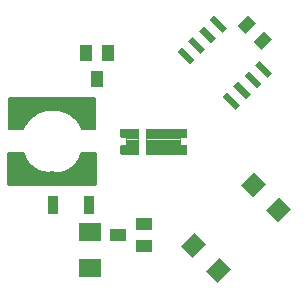
<source format=gtp>
G75*
%MOIN*%
%OFA0B0*%
%FSLAX25Y25*%
%IPPOS*%
%LPD*%
%AMOC8*
5,1,8,0,0,1.08239X$1,22.5*
%
%ADD10R,0.05000X0.05000*%
%ADD11C,0.01200*%
%ADD12C,0.00160*%
%ADD13C,0.00500*%
%ADD14R,0.13780X0.03150*%
%ADD15R,0.05906X0.03150*%
%ADD16C,0.00394*%
%ADD17R,0.03937X0.05512*%
%ADD18R,0.06299X0.05512*%
%ADD19R,0.05512X0.03937*%
%ADD20R,0.03543X0.06299*%
%ADD21R,0.03543X0.05118*%
%ADD22R,0.02165X0.05906*%
%ADD23R,0.07480X0.06299*%
D10*
X0086061Y0071189D03*
X0086061Y0094811D03*
D11*
X0084093Y0078866D02*
X0088620Y0078866D01*
X0088620Y0068630D01*
X0059880Y0068630D01*
X0059880Y0078866D01*
X0064407Y0078866D01*
X0064770Y0077609D01*
X0065324Y0076424D01*
X0066058Y0075340D01*
X0066951Y0074384D01*
X0067983Y0073580D01*
X0069129Y0072947D01*
X0070359Y0072501D01*
X0071644Y0072253D01*
X0072951Y0072209D01*
X0074250Y0072370D01*
X0075556Y0072162D01*
X0076879Y0072170D01*
X0078182Y0072396D01*
X0079431Y0072832D01*
X0080591Y0073467D01*
X0081631Y0074284D01*
X0082523Y0075261D01*
X0083243Y0076371D01*
X0083771Y0077583D01*
X0084093Y0078866D01*
X0083934Y0078234D02*
X0088620Y0078234D01*
X0088620Y0077036D02*
X0083532Y0077036D01*
X0082897Y0075837D02*
X0088620Y0075837D01*
X0088620Y0074639D02*
X0081955Y0074639D01*
X0080541Y0073440D02*
X0088620Y0073440D01*
X0088620Y0072242D02*
X0077292Y0072242D01*
X0075053Y0072242D02*
X0073218Y0072242D01*
X0071968Y0072242D02*
X0059880Y0072242D01*
X0059880Y0073440D02*
X0068235Y0073440D01*
X0066713Y0074639D02*
X0059880Y0074639D01*
X0059880Y0075837D02*
X0065721Y0075837D01*
X0065038Y0077036D02*
X0059880Y0077036D01*
X0059880Y0078234D02*
X0064589Y0078234D01*
X0059880Y0071043D02*
X0088620Y0071043D01*
X0088620Y0069845D02*
X0059880Y0069845D01*
X0059880Y0068646D02*
X0088620Y0068646D01*
D12*
X0085354Y0087643D02*
X0084027Y0087085D01*
X0083922Y0087323D01*
X0083810Y0087558D01*
X0083694Y0087790D01*
X0083571Y0088019D01*
X0083443Y0088245D01*
X0083309Y0088468D01*
X0083170Y0088688D01*
X0083026Y0088904D01*
X0082876Y0089117D01*
X0082722Y0089326D01*
X0082562Y0089531D01*
X0082397Y0089732D01*
X0082228Y0089929D01*
X0082054Y0090122D01*
X0081875Y0090310D01*
X0081691Y0090494D01*
X0081503Y0090674D01*
X0081311Y0090849D01*
X0081114Y0091019D01*
X0080914Y0091184D01*
X0080709Y0091345D01*
X0080501Y0091500D01*
X0080289Y0091650D01*
X0080073Y0091796D01*
X0079854Y0091935D01*
X0079632Y0092070D01*
X0079406Y0092198D01*
X0079177Y0092322D01*
X0078945Y0092440D01*
X0078711Y0092552D01*
X0078474Y0092658D01*
X0078234Y0092758D01*
X0077992Y0092853D01*
X0077747Y0092942D01*
X0077501Y0093024D01*
X0077253Y0093101D01*
X0077002Y0093171D01*
X0076751Y0093236D01*
X0076497Y0093294D01*
X0076243Y0093346D01*
X0075987Y0093392D01*
X0075730Y0093432D01*
X0075472Y0093465D01*
X0075213Y0093492D01*
X0074954Y0093513D01*
X0074695Y0093527D01*
X0074435Y0093535D01*
X0074175Y0093537D01*
X0073915Y0093532D01*
X0073656Y0093521D01*
X0073396Y0093504D01*
X0073137Y0093480D01*
X0072879Y0093450D01*
X0072622Y0093414D01*
X0072365Y0093372D01*
X0072110Y0093323D01*
X0071856Y0093268D01*
X0071603Y0093207D01*
X0071352Y0093140D01*
X0071103Y0093066D01*
X0070855Y0092987D01*
X0070610Y0092901D01*
X0070367Y0092810D01*
X0070125Y0092713D01*
X0069887Y0092610D01*
X0069651Y0092501D01*
X0069418Y0092386D01*
X0069187Y0092266D01*
X0068960Y0092140D01*
X0068736Y0092008D01*
X0068515Y0091872D01*
X0068297Y0091729D01*
X0068083Y0091582D01*
X0067873Y0091429D01*
X0067666Y0091272D01*
X0067463Y0091109D01*
X0067265Y0090941D01*
X0067070Y0090769D01*
X0066880Y0090592D01*
X0066694Y0090410D01*
X0066512Y0090224D01*
X0066336Y0090033D01*
X0066163Y0089839D01*
X0065996Y0089640D01*
X0065834Y0089437D01*
X0065676Y0089230D01*
X0065524Y0089019D01*
X0065377Y0088805D01*
X0065235Y0088587D01*
X0065099Y0088366D01*
X0064967Y0088142D01*
X0064842Y0087914D01*
X0064722Y0087683D01*
X0064608Y0087450D01*
X0064499Y0087214D01*
X0064396Y0086975D01*
X0063063Y0087518D01*
X0063179Y0087790D01*
X0063302Y0088058D01*
X0063432Y0088323D01*
X0063568Y0088585D01*
X0063710Y0088844D01*
X0063859Y0089099D01*
X0064014Y0089351D01*
X0064175Y0089598D01*
X0064342Y0089842D01*
X0064515Y0090081D01*
X0064693Y0090316D01*
X0064878Y0090547D01*
X0065068Y0090773D01*
X0065263Y0090994D01*
X0065464Y0091211D01*
X0065670Y0091422D01*
X0065881Y0091629D01*
X0066097Y0091830D01*
X0066318Y0092026D01*
X0066543Y0092217D01*
X0066773Y0092402D01*
X0067008Y0092581D01*
X0067247Y0092754D01*
X0067490Y0092922D01*
X0067737Y0093084D01*
X0067988Y0093239D01*
X0068243Y0093389D01*
X0068501Y0093532D01*
X0068763Y0093669D01*
X0069028Y0093799D01*
X0069296Y0093923D01*
X0069567Y0094040D01*
X0069841Y0094151D01*
X0070117Y0094255D01*
X0070396Y0094352D01*
X0070677Y0094442D01*
X0070960Y0094525D01*
X0071245Y0094602D01*
X0071532Y0094671D01*
X0071821Y0094734D01*
X0072111Y0094789D01*
X0072402Y0094837D01*
X0072695Y0094879D01*
X0072988Y0094913D01*
X0073282Y0094939D01*
X0073577Y0094959D01*
X0073872Y0094972D01*
X0074167Y0094977D01*
X0074462Y0094975D01*
X0074757Y0094966D01*
X0075052Y0094949D01*
X0075347Y0094926D01*
X0075640Y0094895D01*
X0075933Y0094857D01*
X0076225Y0094812D01*
X0076516Y0094760D01*
X0076805Y0094701D01*
X0077093Y0094635D01*
X0077379Y0094561D01*
X0077663Y0094481D01*
X0077945Y0094394D01*
X0078225Y0094300D01*
X0078502Y0094199D01*
X0078777Y0094092D01*
X0079050Y0093978D01*
X0079319Y0093857D01*
X0079586Y0093729D01*
X0079849Y0093596D01*
X0080109Y0093455D01*
X0080365Y0093309D01*
X0080618Y0093156D01*
X0080867Y0092997D01*
X0081112Y0092832D01*
X0081352Y0092662D01*
X0081589Y0092485D01*
X0081821Y0092303D01*
X0082049Y0092115D01*
X0082272Y0091921D01*
X0082490Y0091722D01*
X0082704Y0091518D01*
X0082912Y0091309D01*
X0083115Y0091095D01*
X0083313Y0090875D01*
X0083505Y0090651D01*
X0083692Y0090423D01*
X0083874Y0090190D01*
X0084049Y0089952D01*
X0084219Y0089711D01*
X0084383Y0089465D01*
X0084540Y0089215D01*
X0084692Y0088962D01*
X0084837Y0088705D01*
X0084976Y0088444D01*
X0085109Y0088181D01*
X0085235Y0087914D01*
X0085355Y0087644D01*
X0085215Y0087585D01*
X0085097Y0087852D01*
X0084973Y0088115D01*
X0084842Y0088376D01*
X0084704Y0088633D01*
X0084561Y0088887D01*
X0084411Y0089137D01*
X0084256Y0089384D01*
X0084094Y0089626D01*
X0083926Y0089865D01*
X0083753Y0090099D01*
X0083574Y0090329D01*
X0083389Y0090555D01*
X0083199Y0090776D01*
X0083004Y0090993D01*
X0082803Y0091204D01*
X0082598Y0091411D01*
X0082387Y0091612D01*
X0082171Y0091809D01*
X0081951Y0092000D01*
X0081726Y0092185D01*
X0081497Y0092365D01*
X0081263Y0092540D01*
X0081025Y0092708D01*
X0080783Y0092871D01*
X0080538Y0093028D01*
X0080288Y0093179D01*
X0080035Y0093324D01*
X0079778Y0093462D01*
X0079518Y0093594D01*
X0079255Y0093720D01*
X0078989Y0093839D01*
X0078720Y0093952D01*
X0078449Y0094058D01*
X0078175Y0094158D01*
X0077898Y0094250D01*
X0077620Y0094336D01*
X0077339Y0094416D01*
X0077057Y0094488D01*
X0076773Y0094553D01*
X0076487Y0094612D01*
X0076200Y0094663D01*
X0075912Y0094708D01*
X0075623Y0094745D01*
X0075333Y0094775D01*
X0075042Y0094799D01*
X0074751Y0094815D01*
X0074459Y0094824D01*
X0074168Y0094826D01*
X0073876Y0094821D01*
X0073585Y0094808D01*
X0073294Y0094789D01*
X0073004Y0094762D01*
X0072714Y0094729D01*
X0072425Y0094688D01*
X0072138Y0094640D01*
X0071851Y0094586D01*
X0071566Y0094524D01*
X0071283Y0094456D01*
X0071001Y0094380D01*
X0070722Y0094298D01*
X0070444Y0094209D01*
X0070169Y0094113D01*
X0069896Y0094010D01*
X0069625Y0093901D01*
X0069358Y0093785D01*
X0069093Y0093663D01*
X0068832Y0093534D01*
X0068573Y0093399D01*
X0068318Y0093258D01*
X0068067Y0093110D01*
X0067819Y0092957D01*
X0067575Y0092797D01*
X0067335Y0092632D01*
X0067099Y0092460D01*
X0066867Y0092283D01*
X0066640Y0092101D01*
X0066417Y0091912D01*
X0066199Y0091719D01*
X0065986Y0091520D01*
X0065777Y0091316D01*
X0065574Y0091107D01*
X0065376Y0090894D01*
X0065183Y0090675D01*
X0064995Y0090452D01*
X0064813Y0090224D01*
X0064637Y0089992D01*
X0064466Y0089755D01*
X0064301Y0089515D01*
X0064142Y0089271D01*
X0063989Y0089022D01*
X0063842Y0088770D01*
X0063702Y0088515D01*
X0063567Y0088256D01*
X0063439Y0087994D01*
X0063318Y0087729D01*
X0063202Y0087461D01*
X0063342Y0087404D01*
X0063456Y0087669D01*
X0063576Y0087931D01*
X0063702Y0088189D01*
X0063835Y0088445D01*
X0063974Y0088697D01*
X0064119Y0088945D01*
X0064270Y0089190D01*
X0064427Y0089432D01*
X0064590Y0089669D01*
X0064758Y0089903D01*
X0064933Y0090132D01*
X0065112Y0090357D01*
X0065298Y0090577D01*
X0065488Y0090793D01*
X0065684Y0091004D01*
X0065885Y0091210D01*
X0066090Y0091411D01*
X0066301Y0091608D01*
X0066516Y0091799D01*
X0066736Y0091984D01*
X0066961Y0092165D01*
X0067189Y0092339D01*
X0067422Y0092509D01*
X0067659Y0092672D01*
X0067900Y0092830D01*
X0068145Y0092981D01*
X0068393Y0093127D01*
X0068645Y0093266D01*
X0068900Y0093400D01*
X0069158Y0093527D01*
X0069420Y0093647D01*
X0069684Y0093762D01*
X0069951Y0093869D01*
X0070220Y0093971D01*
X0070492Y0094065D01*
X0070766Y0094153D01*
X0071042Y0094235D01*
X0071321Y0094309D01*
X0071600Y0094377D01*
X0071882Y0094438D01*
X0072164Y0094492D01*
X0072448Y0094539D01*
X0072733Y0094579D01*
X0073019Y0094612D01*
X0073306Y0094638D01*
X0073593Y0094658D01*
X0073881Y0094670D01*
X0074169Y0094675D01*
X0074457Y0094673D01*
X0074744Y0094664D01*
X0075032Y0094648D01*
X0075319Y0094625D01*
X0075605Y0094595D01*
X0075890Y0094558D01*
X0076175Y0094514D01*
X0076458Y0094464D01*
X0076740Y0094406D01*
X0077021Y0094341D01*
X0077300Y0094270D01*
X0077577Y0094192D01*
X0077852Y0094107D01*
X0078125Y0094015D01*
X0078395Y0093917D01*
X0078663Y0093812D01*
X0078929Y0093701D01*
X0079192Y0093583D01*
X0079451Y0093459D01*
X0079708Y0093328D01*
X0079961Y0093192D01*
X0080211Y0093049D01*
X0080458Y0092900D01*
X0080700Y0092745D01*
X0080939Y0092585D01*
X0081174Y0092418D01*
X0081405Y0092246D01*
X0081631Y0092068D01*
X0081853Y0091885D01*
X0082071Y0091696D01*
X0082283Y0091502D01*
X0082491Y0091303D01*
X0082694Y0091099D01*
X0082893Y0090891D01*
X0083085Y0090677D01*
X0083273Y0090459D01*
X0083455Y0090236D01*
X0083632Y0090009D01*
X0083803Y0089777D01*
X0083969Y0089542D01*
X0084128Y0089302D01*
X0084282Y0089059D01*
X0084430Y0088812D01*
X0084572Y0088561D01*
X0084707Y0088307D01*
X0084837Y0088050D01*
X0084960Y0087790D01*
X0085076Y0087527D01*
X0084937Y0087468D01*
X0084822Y0087728D01*
X0084700Y0087985D01*
X0084573Y0088239D01*
X0084439Y0088489D01*
X0084299Y0088737D01*
X0084153Y0088980D01*
X0084001Y0089221D01*
X0083844Y0089457D01*
X0083680Y0089690D01*
X0083511Y0089918D01*
X0083337Y0090142D01*
X0083157Y0090362D01*
X0082972Y0090578D01*
X0082781Y0090789D01*
X0082586Y0090995D01*
X0082385Y0091196D01*
X0082180Y0091392D01*
X0081970Y0091584D01*
X0081755Y0091770D01*
X0081536Y0091951D01*
X0081312Y0092126D01*
X0081085Y0092296D01*
X0080853Y0092461D01*
X0080617Y0092619D01*
X0080377Y0092772D01*
X0080134Y0092919D01*
X0079888Y0093060D01*
X0079637Y0093195D01*
X0079384Y0093324D01*
X0079128Y0093446D01*
X0078868Y0093562D01*
X0078606Y0093672D01*
X0078342Y0093776D01*
X0078075Y0093873D01*
X0077805Y0093963D01*
X0077534Y0094047D01*
X0077260Y0094124D01*
X0076985Y0094195D01*
X0076708Y0094258D01*
X0076430Y0094315D01*
X0076150Y0094365D01*
X0075869Y0094409D01*
X0075587Y0094445D01*
X0075305Y0094475D01*
X0075021Y0094497D01*
X0074738Y0094513D01*
X0074454Y0094522D01*
X0074170Y0094524D01*
X0073885Y0094519D01*
X0073602Y0094507D01*
X0073318Y0094488D01*
X0073035Y0094462D01*
X0072753Y0094429D01*
X0072471Y0094390D01*
X0072191Y0094343D01*
X0071912Y0094290D01*
X0071634Y0094230D01*
X0071358Y0094163D01*
X0071084Y0094089D01*
X0070811Y0094009D01*
X0070540Y0093922D01*
X0070272Y0093829D01*
X0070006Y0093729D01*
X0069743Y0093622D01*
X0069482Y0093510D01*
X0069224Y0093391D01*
X0068969Y0093265D01*
X0068717Y0093134D01*
X0068468Y0092996D01*
X0068223Y0092852D01*
X0067982Y0092702D01*
X0067744Y0092547D01*
X0067510Y0092386D01*
X0067280Y0092219D01*
X0067054Y0092046D01*
X0066833Y0091868D01*
X0066616Y0091685D01*
X0066403Y0091496D01*
X0066195Y0091303D01*
X0065992Y0091104D01*
X0065794Y0090900D01*
X0065600Y0090692D01*
X0065412Y0090479D01*
X0065230Y0090261D01*
X0065052Y0090040D01*
X0064880Y0089813D01*
X0064714Y0089583D01*
X0064553Y0089349D01*
X0064398Y0089110D01*
X0064249Y0088869D01*
X0064106Y0088623D01*
X0063969Y0088374D01*
X0063838Y0088122D01*
X0063713Y0087867D01*
X0063594Y0087609D01*
X0063482Y0087347D01*
X0063622Y0087290D01*
X0063733Y0087548D01*
X0063850Y0087803D01*
X0063973Y0088055D01*
X0064102Y0088304D01*
X0064238Y0088549D01*
X0064379Y0088792D01*
X0064526Y0089030D01*
X0064679Y0089265D01*
X0064838Y0089497D01*
X0065002Y0089724D01*
X0065172Y0089947D01*
X0065347Y0090166D01*
X0065527Y0090381D01*
X0065713Y0090591D01*
X0065904Y0090797D01*
X0066099Y0090998D01*
X0066300Y0091194D01*
X0066505Y0091385D01*
X0066715Y0091571D01*
X0066929Y0091752D01*
X0067148Y0091928D01*
X0067371Y0092098D01*
X0067598Y0092263D01*
X0067829Y0092422D01*
X0068063Y0092575D01*
X0068302Y0092723D01*
X0068544Y0092865D01*
X0068789Y0093001D01*
X0069038Y0093131D01*
X0069289Y0093254D01*
X0069544Y0093372D01*
X0069801Y0093483D01*
X0070061Y0093588D01*
X0070324Y0093687D01*
X0070589Y0093779D01*
X0070856Y0093865D01*
X0071125Y0093944D01*
X0071396Y0094017D01*
X0071668Y0094083D01*
X0071942Y0094142D01*
X0072218Y0094195D01*
X0072494Y0094240D01*
X0072772Y0094280D01*
X0073051Y0094312D01*
X0073330Y0094337D01*
X0073610Y0094356D01*
X0073890Y0094368D01*
X0074170Y0094373D01*
X0074451Y0094371D01*
X0074731Y0094362D01*
X0075011Y0094347D01*
X0075291Y0094324D01*
X0075570Y0094295D01*
X0075848Y0094259D01*
X0076125Y0094217D01*
X0076401Y0094167D01*
X0076676Y0094111D01*
X0076949Y0094048D01*
X0077221Y0093978D01*
X0077491Y0093902D01*
X0077759Y0093819D01*
X0078025Y0093730D01*
X0078288Y0093635D01*
X0078549Y0093532D01*
X0078808Y0093424D01*
X0079064Y0093309D01*
X0079317Y0093188D01*
X0079567Y0093061D01*
X0079814Y0092928D01*
X0080057Y0092789D01*
X0080297Y0092644D01*
X0080534Y0092493D01*
X0080767Y0092337D01*
X0080995Y0092174D01*
X0081220Y0092007D01*
X0081441Y0091834D01*
X0081657Y0091655D01*
X0081869Y0091471D01*
X0082076Y0091283D01*
X0082279Y0091089D01*
X0082477Y0090890D01*
X0082670Y0090687D01*
X0082858Y0090478D01*
X0083041Y0090266D01*
X0083218Y0090049D01*
X0083391Y0089827D01*
X0083557Y0089602D01*
X0083719Y0089372D01*
X0083874Y0089139D01*
X0084024Y0088902D01*
X0084168Y0088661D01*
X0084306Y0088417D01*
X0084438Y0088170D01*
X0084564Y0087919D01*
X0084684Y0087666D01*
X0084798Y0087409D01*
X0084659Y0087351D01*
X0084546Y0087604D01*
X0084428Y0087854D01*
X0084304Y0088101D01*
X0084173Y0088345D01*
X0084037Y0088586D01*
X0083895Y0088824D01*
X0083747Y0089058D01*
X0083593Y0089288D01*
X0083434Y0089514D01*
X0083270Y0089737D01*
X0083100Y0089955D01*
X0082924Y0090169D01*
X0082744Y0090379D01*
X0082559Y0090585D01*
X0082368Y0090785D01*
X0082173Y0090981D01*
X0081973Y0091173D01*
X0081768Y0091359D01*
X0081559Y0091540D01*
X0081346Y0091716D01*
X0081128Y0091887D01*
X0080906Y0092053D01*
X0080680Y0092213D01*
X0080451Y0092367D01*
X0080217Y0092516D01*
X0079980Y0092659D01*
X0079740Y0092796D01*
X0079497Y0092928D01*
X0079250Y0093053D01*
X0079000Y0093172D01*
X0078748Y0093286D01*
X0078492Y0093393D01*
X0078235Y0093493D01*
X0077975Y0093588D01*
X0077712Y0093676D01*
X0077448Y0093757D01*
X0077181Y0093833D01*
X0076913Y0093901D01*
X0076644Y0093963D01*
X0076372Y0094019D01*
X0076100Y0094068D01*
X0075827Y0094110D01*
X0075552Y0094145D01*
X0075277Y0094174D01*
X0075001Y0094196D01*
X0074725Y0094211D01*
X0074448Y0094220D01*
X0074171Y0094222D01*
X0073895Y0094217D01*
X0073618Y0094205D01*
X0073342Y0094187D01*
X0073066Y0094162D01*
X0072791Y0094130D01*
X0072517Y0094091D01*
X0072244Y0094046D01*
X0071973Y0093994D01*
X0071702Y0093936D01*
X0071433Y0093870D01*
X0071166Y0093799D01*
X0070900Y0093721D01*
X0070637Y0093636D01*
X0070375Y0093545D01*
X0070116Y0093448D01*
X0069860Y0093344D01*
X0069606Y0093234D01*
X0069355Y0093118D01*
X0069106Y0092996D01*
X0068861Y0092868D01*
X0068619Y0092734D01*
X0068380Y0092594D01*
X0068145Y0092448D01*
X0067913Y0092297D01*
X0067685Y0092140D01*
X0067461Y0091977D01*
X0067241Y0091809D01*
X0067026Y0091636D01*
X0066814Y0091457D01*
X0066607Y0091274D01*
X0066405Y0091085D01*
X0066207Y0090892D01*
X0066014Y0090693D01*
X0065825Y0090491D01*
X0065642Y0090283D01*
X0065464Y0090071D01*
X0065291Y0089855D01*
X0065124Y0089635D01*
X0064962Y0089410D01*
X0064805Y0089182D01*
X0064654Y0088950D01*
X0064509Y0088715D01*
X0064369Y0088476D01*
X0064236Y0088233D01*
X0064108Y0087988D01*
X0063987Y0087739D01*
X0063871Y0087488D01*
X0063762Y0087234D01*
X0063902Y0087177D01*
X0064010Y0087427D01*
X0064124Y0087675D01*
X0064244Y0087921D01*
X0064369Y0088163D01*
X0064501Y0088402D01*
X0064639Y0088638D01*
X0064782Y0088870D01*
X0064931Y0089099D01*
X0065086Y0089324D01*
X0065246Y0089546D01*
X0065411Y0089763D01*
X0065581Y0089976D01*
X0065757Y0090185D01*
X0065938Y0090390D01*
X0066124Y0090590D01*
X0066314Y0090786D01*
X0066509Y0090976D01*
X0066709Y0091162D01*
X0066913Y0091344D01*
X0067122Y0091520D01*
X0067335Y0091691D01*
X0067552Y0091856D01*
X0067773Y0092017D01*
X0067998Y0092172D01*
X0068226Y0092321D01*
X0068458Y0092465D01*
X0068694Y0092603D01*
X0068933Y0092735D01*
X0069175Y0092862D01*
X0069420Y0092982D01*
X0069668Y0093097D01*
X0069918Y0093205D01*
X0070172Y0093307D01*
X0070427Y0093403D01*
X0070685Y0093493D01*
X0070945Y0093576D01*
X0071207Y0093654D01*
X0071471Y0093724D01*
X0071736Y0093788D01*
X0072003Y0093846D01*
X0072271Y0093897D01*
X0072540Y0093942D01*
X0072811Y0093980D01*
X0073082Y0094011D01*
X0073354Y0094036D01*
X0073626Y0094054D01*
X0073899Y0094066D01*
X0074172Y0094071D01*
X0074445Y0094069D01*
X0074718Y0094061D01*
X0074991Y0094045D01*
X0075263Y0094024D01*
X0075534Y0093995D01*
X0075805Y0093960D01*
X0076075Y0093919D01*
X0076344Y0093871D01*
X0076611Y0093816D01*
X0076877Y0093755D01*
X0077142Y0093687D01*
X0077405Y0093613D01*
X0077666Y0093532D01*
X0077924Y0093445D01*
X0078181Y0093352D01*
X0078435Y0093253D01*
X0078687Y0093147D01*
X0078936Y0093036D01*
X0079183Y0092918D01*
X0079426Y0092794D01*
X0079666Y0092665D01*
X0079904Y0092529D01*
X0080137Y0092388D01*
X0080367Y0092241D01*
X0080594Y0092089D01*
X0080817Y0091931D01*
X0081036Y0091768D01*
X0081250Y0091599D01*
X0081461Y0091425D01*
X0081667Y0091247D01*
X0081869Y0091063D01*
X0082067Y0090874D01*
X0082259Y0090681D01*
X0082447Y0090482D01*
X0082630Y0090280D01*
X0082808Y0090073D01*
X0082981Y0089862D01*
X0083149Y0089646D01*
X0083311Y0089427D01*
X0083468Y0089203D01*
X0083620Y0088976D01*
X0083766Y0088745D01*
X0083906Y0088511D01*
X0084041Y0088273D01*
X0084169Y0088033D01*
X0084292Y0087789D01*
X0084409Y0087542D01*
X0084519Y0087292D01*
X0084380Y0087234D01*
X0084271Y0087480D01*
X0084156Y0087723D01*
X0084035Y0087964D01*
X0083908Y0088202D01*
X0083775Y0088436D01*
X0083637Y0088667D01*
X0083493Y0088895D01*
X0083343Y0089119D01*
X0083188Y0089339D01*
X0083028Y0089556D01*
X0082863Y0089768D01*
X0082692Y0089976D01*
X0082516Y0090181D01*
X0082336Y0090380D01*
X0082151Y0090576D01*
X0081960Y0090767D01*
X0081766Y0090953D01*
X0081567Y0091134D01*
X0081363Y0091310D01*
X0081155Y0091482D01*
X0080943Y0091648D01*
X0080727Y0091809D01*
X0080508Y0091965D01*
X0080284Y0092115D01*
X0080057Y0092260D01*
X0079827Y0092399D01*
X0079593Y0092533D01*
X0079356Y0092661D01*
X0079116Y0092783D01*
X0078873Y0092899D01*
X0078627Y0093009D01*
X0078378Y0093113D01*
X0078128Y0093211D01*
X0077874Y0093303D01*
X0077619Y0093389D01*
X0077362Y0093468D01*
X0077102Y0093541D01*
X0076842Y0093608D01*
X0076579Y0093668D01*
X0076315Y0093722D01*
X0076050Y0093770D01*
X0075784Y0093811D01*
X0075517Y0093845D01*
X0075249Y0093873D01*
X0074980Y0093895D01*
X0074712Y0093910D01*
X0074442Y0093918D01*
X0074173Y0093920D01*
X0073904Y0093915D01*
X0073635Y0093904D01*
X0073366Y0093886D01*
X0073098Y0093861D01*
X0072830Y0093830D01*
X0072563Y0093793D01*
X0072298Y0093749D01*
X0072033Y0093698D01*
X0071770Y0093641D01*
X0071508Y0093578D01*
X0071248Y0093508D01*
X0070990Y0093432D01*
X0070733Y0093350D01*
X0070479Y0093261D01*
X0070227Y0093167D01*
X0069977Y0093066D01*
X0069730Y0092959D01*
X0069485Y0092846D01*
X0069243Y0092727D01*
X0069005Y0092602D01*
X0068769Y0092472D01*
X0068537Y0092336D01*
X0068308Y0092194D01*
X0068082Y0092047D01*
X0067861Y0091894D01*
X0067643Y0091736D01*
X0067429Y0091572D01*
X0067219Y0091404D01*
X0067013Y0091230D01*
X0066811Y0091051D01*
X0066614Y0090868D01*
X0066421Y0090679D01*
X0066234Y0090486D01*
X0066050Y0090289D01*
X0065872Y0090087D01*
X0065699Y0089881D01*
X0065530Y0089671D01*
X0065367Y0089456D01*
X0065210Y0089238D01*
X0065057Y0089016D01*
X0064910Y0088790D01*
X0064769Y0088561D01*
X0064633Y0088328D01*
X0064503Y0088093D01*
X0064379Y0087854D01*
X0064260Y0087612D01*
X0064148Y0087367D01*
X0064041Y0087120D01*
X0064181Y0087063D01*
X0064286Y0087307D01*
X0064397Y0087548D01*
X0064514Y0087786D01*
X0064637Y0088022D01*
X0064765Y0088255D01*
X0064899Y0088484D01*
X0065038Y0088710D01*
X0065183Y0088933D01*
X0065334Y0089152D01*
X0065489Y0089367D01*
X0065650Y0089578D01*
X0065816Y0089786D01*
X0065987Y0089989D01*
X0066163Y0090188D01*
X0066343Y0090383D01*
X0066529Y0090573D01*
X0066719Y0090759D01*
X0066913Y0090940D01*
X0067112Y0091116D01*
X0067315Y0091287D01*
X0067522Y0091454D01*
X0067733Y0091615D01*
X0067948Y0091771D01*
X0068167Y0091922D01*
X0068389Y0092067D01*
X0068615Y0092207D01*
X0068844Y0092341D01*
X0069077Y0092470D01*
X0069312Y0092593D01*
X0069551Y0092710D01*
X0069792Y0092821D01*
X0070035Y0092927D01*
X0070282Y0093026D01*
X0070530Y0093119D01*
X0070781Y0093207D01*
X0071034Y0093288D01*
X0071289Y0093363D01*
X0071546Y0093432D01*
X0071804Y0093494D01*
X0072063Y0093550D01*
X0072324Y0093600D01*
X0072586Y0093643D01*
X0072849Y0093680D01*
X0073113Y0093711D01*
X0073378Y0093735D01*
X0073643Y0093753D01*
X0073908Y0093764D01*
X0074174Y0093769D01*
X0074439Y0093767D01*
X0074705Y0093759D01*
X0074970Y0093744D01*
X0075235Y0093723D01*
X0075499Y0093695D01*
X0075763Y0093661D01*
X0076025Y0093621D01*
X0076287Y0093574D01*
X0076547Y0093521D01*
X0076806Y0093461D01*
X0077063Y0093395D01*
X0077319Y0093323D01*
X0077572Y0093245D01*
X0077824Y0093160D01*
X0078074Y0093070D01*
X0078321Y0092973D01*
X0078566Y0092870D01*
X0078809Y0092762D01*
X0079048Y0092647D01*
X0079285Y0092527D01*
X0079519Y0092401D01*
X0079750Y0092269D01*
X0079977Y0092132D01*
X0080201Y0091989D01*
X0080421Y0091841D01*
X0080638Y0091687D01*
X0080851Y0091529D01*
X0081060Y0091365D01*
X0081265Y0091196D01*
X0081466Y0091022D01*
X0081662Y0090843D01*
X0081854Y0090659D01*
X0082042Y0090471D01*
X0082225Y0090278D01*
X0082403Y0090081D01*
X0082576Y0089880D01*
X0082744Y0089674D01*
X0082907Y0089465D01*
X0083065Y0089251D01*
X0083218Y0089034D01*
X0083366Y0088813D01*
X0083508Y0088589D01*
X0083644Y0088361D01*
X0083775Y0088130D01*
X0083900Y0087895D01*
X0084020Y0087658D01*
X0084133Y0087418D01*
X0084241Y0087175D01*
X0084102Y0087117D01*
X0083996Y0087356D01*
X0083884Y0087593D01*
X0083766Y0087827D01*
X0083642Y0088058D01*
X0083513Y0088286D01*
X0083379Y0088510D01*
X0083238Y0088732D01*
X0083093Y0088950D01*
X0082942Y0089164D01*
X0082787Y0089374D01*
X0082626Y0089581D01*
X0082460Y0089784D01*
X0082289Y0089982D01*
X0082113Y0090176D01*
X0081933Y0090366D01*
X0081748Y0090552D01*
X0081559Y0090733D01*
X0081365Y0090909D01*
X0081167Y0091081D01*
X0080965Y0091247D01*
X0080759Y0091409D01*
X0080549Y0091566D01*
X0080335Y0091717D01*
X0080118Y0091863D01*
X0079897Y0092004D01*
X0079673Y0092139D01*
X0079445Y0092269D01*
X0079215Y0092393D01*
X0078981Y0092512D01*
X0078745Y0092625D01*
X0078506Y0092732D01*
X0078264Y0092833D01*
X0078020Y0092929D01*
X0077774Y0093018D01*
X0077526Y0093101D01*
X0077276Y0093179D01*
X0077024Y0093250D01*
X0076770Y0093315D01*
X0076515Y0093373D01*
X0076258Y0093426D01*
X0076000Y0093472D01*
X0075741Y0093512D01*
X0075481Y0093545D01*
X0075221Y0093573D01*
X0074960Y0093594D01*
X0074698Y0093608D01*
X0074437Y0093616D01*
X0074175Y0093618D01*
X0073913Y0093613D01*
X0073651Y0093602D01*
X0073390Y0093585D01*
X0073129Y0093561D01*
X0072869Y0093531D01*
X0072609Y0093494D01*
X0072351Y0093451D01*
X0072094Y0093402D01*
X0071838Y0093347D01*
X0071583Y0093285D01*
X0071330Y0093218D01*
X0071079Y0093144D01*
X0070829Y0093064D01*
X0070582Y0092978D01*
X0070337Y0092885D01*
X0070094Y0092787D01*
X0069854Y0092683D01*
X0069616Y0092574D01*
X0069381Y0092458D01*
X0069149Y0092337D01*
X0068919Y0092210D01*
X0068694Y0092078D01*
X0068471Y0091940D01*
X0068252Y0091796D01*
X0068036Y0091648D01*
X0067824Y0091494D01*
X0067616Y0091335D01*
X0067411Y0091171D01*
X0067211Y0091002D01*
X0067015Y0090829D01*
X0066824Y0090650D01*
X0066636Y0090467D01*
X0066453Y0090279D01*
X0066275Y0090087D01*
X0066102Y0089891D01*
X0065933Y0089691D01*
X0065770Y0089486D01*
X0065611Y0089278D01*
X0065458Y0089066D01*
X0065309Y0088850D01*
X0065166Y0088630D01*
X0065029Y0088407D01*
X0064897Y0088181D01*
X0064770Y0087952D01*
X0064649Y0087719D01*
X0064534Y0087484D01*
X0064425Y0087246D01*
X0064321Y0087006D01*
X0063146Y0078357D02*
X0064473Y0078915D01*
X0064578Y0078677D01*
X0064690Y0078442D01*
X0064806Y0078210D01*
X0064929Y0077981D01*
X0065057Y0077755D01*
X0065191Y0077532D01*
X0065330Y0077312D01*
X0065474Y0077096D01*
X0065624Y0076883D01*
X0065778Y0076674D01*
X0065938Y0076469D01*
X0066103Y0076268D01*
X0066272Y0076071D01*
X0066446Y0075878D01*
X0066625Y0075690D01*
X0066809Y0075506D01*
X0066997Y0075326D01*
X0067189Y0075151D01*
X0067386Y0074981D01*
X0067586Y0074816D01*
X0067791Y0074655D01*
X0067999Y0074500D01*
X0068211Y0074350D01*
X0068427Y0074204D01*
X0068646Y0074065D01*
X0068868Y0073930D01*
X0069094Y0073802D01*
X0069323Y0073678D01*
X0069555Y0073560D01*
X0069789Y0073448D01*
X0070026Y0073342D01*
X0070266Y0073242D01*
X0070508Y0073147D01*
X0070753Y0073058D01*
X0070999Y0072976D01*
X0071247Y0072899D01*
X0071498Y0072829D01*
X0071749Y0072764D01*
X0072003Y0072706D01*
X0072257Y0072654D01*
X0072513Y0072608D01*
X0072770Y0072568D01*
X0073028Y0072535D01*
X0073287Y0072508D01*
X0073546Y0072487D01*
X0073805Y0072473D01*
X0074065Y0072465D01*
X0074325Y0072463D01*
X0074585Y0072468D01*
X0074844Y0072479D01*
X0075104Y0072496D01*
X0075363Y0072520D01*
X0075621Y0072550D01*
X0075878Y0072586D01*
X0076135Y0072628D01*
X0076390Y0072677D01*
X0076644Y0072732D01*
X0076897Y0072793D01*
X0077148Y0072860D01*
X0077397Y0072934D01*
X0077645Y0073013D01*
X0077890Y0073099D01*
X0078133Y0073190D01*
X0078375Y0073287D01*
X0078613Y0073390D01*
X0078849Y0073499D01*
X0079082Y0073614D01*
X0079313Y0073734D01*
X0079540Y0073860D01*
X0079764Y0073992D01*
X0079985Y0074128D01*
X0080203Y0074271D01*
X0080417Y0074418D01*
X0080627Y0074571D01*
X0080834Y0074728D01*
X0081037Y0074891D01*
X0081235Y0075059D01*
X0081430Y0075231D01*
X0081620Y0075408D01*
X0081806Y0075590D01*
X0081988Y0075776D01*
X0082164Y0075967D01*
X0082337Y0076161D01*
X0082504Y0076360D01*
X0082666Y0076563D01*
X0082824Y0076770D01*
X0082976Y0076981D01*
X0083123Y0077195D01*
X0083265Y0077413D01*
X0083401Y0077634D01*
X0083533Y0077858D01*
X0083658Y0078086D01*
X0083778Y0078317D01*
X0083892Y0078550D01*
X0084001Y0078786D01*
X0084104Y0079025D01*
X0085437Y0078482D01*
X0085321Y0078210D01*
X0085198Y0077942D01*
X0085068Y0077677D01*
X0084932Y0077415D01*
X0084790Y0077156D01*
X0084641Y0076901D01*
X0084486Y0076649D01*
X0084325Y0076402D01*
X0084158Y0076158D01*
X0083985Y0075919D01*
X0083807Y0075684D01*
X0083622Y0075453D01*
X0083432Y0075227D01*
X0083237Y0075006D01*
X0083036Y0074789D01*
X0082830Y0074578D01*
X0082619Y0074371D01*
X0082403Y0074170D01*
X0082182Y0073974D01*
X0081957Y0073783D01*
X0081727Y0073598D01*
X0081492Y0073419D01*
X0081253Y0073246D01*
X0081010Y0073078D01*
X0080763Y0072916D01*
X0080512Y0072761D01*
X0080257Y0072611D01*
X0079999Y0072468D01*
X0079737Y0072331D01*
X0079472Y0072201D01*
X0079204Y0072077D01*
X0078933Y0071960D01*
X0078659Y0071849D01*
X0078383Y0071745D01*
X0078104Y0071648D01*
X0077823Y0071558D01*
X0077540Y0071475D01*
X0077255Y0071398D01*
X0076968Y0071329D01*
X0076679Y0071266D01*
X0076389Y0071211D01*
X0076098Y0071163D01*
X0075805Y0071121D01*
X0075512Y0071087D01*
X0075218Y0071061D01*
X0074923Y0071041D01*
X0074628Y0071028D01*
X0074333Y0071023D01*
X0074038Y0071025D01*
X0073743Y0071034D01*
X0073448Y0071051D01*
X0073153Y0071074D01*
X0072860Y0071105D01*
X0072567Y0071143D01*
X0072275Y0071188D01*
X0071984Y0071240D01*
X0071695Y0071299D01*
X0071407Y0071365D01*
X0071121Y0071439D01*
X0070837Y0071519D01*
X0070555Y0071606D01*
X0070275Y0071700D01*
X0069998Y0071801D01*
X0069723Y0071908D01*
X0069450Y0072022D01*
X0069181Y0072143D01*
X0068914Y0072271D01*
X0068651Y0072404D01*
X0068391Y0072545D01*
X0068135Y0072691D01*
X0067882Y0072844D01*
X0067633Y0073003D01*
X0067388Y0073168D01*
X0067148Y0073338D01*
X0066911Y0073515D01*
X0066679Y0073697D01*
X0066451Y0073885D01*
X0066228Y0074079D01*
X0066010Y0074278D01*
X0065796Y0074482D01*
X0065588Y0074691D01*
X0065385Y0074905D01*
X0065187Y0075125D01*
X0064995Y0075349D01*
X0064808Y0075577D01*
X0064626Y0075810D01*
X0064451Y0076048D01*
X0064281Y0076289D01*
X0064117Y0076535D01*
X0063960Y0076785D01*
X0063808Y0077038D01*
X0063663Y0077295D01*
X0063524Y0077556D01*
X0063391Y0077819D01*
X0063265Y0078086D01*
X0063145Y0078356D01*
X0063285Y0078415D01*
X0063403Y0078148D01*
X0063527Y0077885D01*
X0063658Y0077624D01*
X0063796Y0077367D01*
X0063939Y0077113D01*
X0064089Y0076863D01*
X0064244Y0076616D01*
X0064406Y0076374D01*
X0064574Y0076135D01*
X0064747Y0075901D01*
X0064926Y0075671D01*
X0065111Y0075445D01*
X0065301Y0075224D01*
X0065496Y0075007D01*
X0065697Y0074796D01*
X0065902Y0074589D01*
X0066113Y0074388D01*
X0066329Y0074191D01*
X0066549Y0074000D01*
X0066774Y0073815D01*
X0067003Y0073635D01*
X0067237Y0073460D01*
X0067475Y0073292D01*
X0067717Y0073129D01*
X0067962Y0072972D01*
X0068212Y0072821D01*
X0068465Y0072676D01*
X0068722Y0072538D01*
X0068982Y0072406D01*
X0069245Y0072280D01*
X0069511Y0072161D01*
X0069780Y0072048D01*
X0070051Y0071942D01*
X0070325Y0071842D01*
X0070602Y0071750D01*
X0070880Y0071664D01*
X0071161Y0071584D01*
X0071443Y0071512D01*
X0071727Y0071447D01*
X0072013Y0071388D01*
X0072300Y0071337D01*
X0072588Y0071292D01*
X0072877Y0071255D01*
X0073167Y0071225D01*
X0073458Y0071201D01*
X0073749Y0071185D01*
X0074041Y0071176D01*
X0074332Y0071174D01*
X0074624Y0071179D01*
X0074915Y0071192D01*
X0075206Y0071211D01*
X0075496Y0071238D01*
X0075786Y0071271D01*
X0076075Y0071312D01*
X0076362Y0071360D01*
X0076649Y0071414D01*
X0076934Y0071476D01*
X0077217Y0071544D01*
X0077499Y0071620D01*
X0077778Y0071702D01*
X0078056Y0071791D01*
X0078331Y0071887D01*
X0078604Y0071990D01*
X0078875Y0072099D01*
X0079142Y0072215D01*
X0079407Y0072337D01*
X0079668Y0072466D01*
X0079927Y0072601D01*
X0080182Y0072742D01*
X0080433Y0072890D01*
X0080681Y0073043D01*
X0080925Y0073203D01*
X0081165Y0073368D01*
X0081401Y0073540D01*
X0081633Y0073717D01*
X0081860Y0073899D01*
X0082083Y0074088D01*
X0082301Y0074281D01*
X0082514Y0074480D01*
X0082723Y0074684D01*
X0082926Y0074893D01*
X0083124Y0075106D01*
X0083317Y0075325D01*
X0083505Y0075548D01*
X0083687Y0075776D01*
X0083863Y0076008D01*
X0084034Y0076245D01*
X0084199Y0076485D01*
X0084358Y0076729D01*
X0084511Y0076978D01*
X0084658Y0077230D01*
X0084798Y0077485D01*
X0084933Y0077744D01*
X0085061Y0078006D01*
X0085182Y0078271D01*
X0085298Y0078539D01*
X0085158Y0078596D01*
X0085044Y0078331D01*
X0084924Y0078069D01*
X0084798Y0077811D01*
X0084665Y0077555D01*
X0084526Y0077303D01*
X0084381Y0077055D01*
X0084230Y0076810D01*
X0084073Y0076568D01*
X0083910Y0076331D01*
X0083742Y0076097D01*
X0083567Y0075868D01*
X0083388Y0075643D01*
X0083202Y0075423D01*
X0083012Y0075207D01*
X0082816Y0074996D01*
X0082615Y0074790D01*
X0082410Y0074589D01*
X0082199Y0074392D01*
X0081984Y0074201D01*
X0081764Y0074016D01*
X0081539Y0073835D01*
X0081311Y0073661D01*
X0081078Y0073491D01*
X0080841Y0073328D01*
X0080600Y0073170D01*
X0080355Y0073019D01*
X0080107Y0072873D01*
X0079855Y0072734D01*
X0079600Y0072600D01*
X0079342Y0072473D01*
X0079080Y0072353D01*
X0078816Y0072238D01*
X0078549Y0072131D01*
X0078280Y0072029D01*
X0078008Y0071935D01*
X0077734Y0071847D01*
X0077458Y0071765D01*
X0077179Y0071691D01*
X0076900Y0071623D01*
X0076618Y0071562D01*
X0076336Y0071508D01*
X0076052Y0071461D01*
X0075767Y0071421D01*
X0075481Y0071388D01*
X0075194Y0071362D01*
X0074907Y0071342D01*
X0074619Y0071330D01*
X0074331Y0071325D01*
X0074043Y0071327D01*
X0073756Y0071336D01*
X0073468Y0071352D01*
X0073181Y0071375D01*
X0072895Y0071405D01*
X0072610Y0071442D01*
X0072325Y0071486D01*
X0072042Y0071536D01*
X0071760Y0071594D01*
X0071479Y0071659D01*
X0071200Y0071730D01*
X0070923Y0071808D01*
X0070648Y0071893D01*
X0070375Y0071985D01*
X0070105Y0072083D01*
X0069837Y0072188D01*
X0069571Y0072299D01*
X0069308Y0072417D01*
X0069049Y0072541D01*
X0068792Y0072672D01*
X0068539Y0072808D01*
X0068289Y0072951D01*
X0068042Y0073100D01*
X0067800Y0073255D01*
X0067561Y0073415D01*
X0067326Y0073582D01*
X0067095Y0073754D01*
X0066869Y0073932D01*
X0066647Y0074115D01*
X0066429Y0074304D01*
X0066217Y0074498D01*
X0066009Y0074697D01*
X0065806Y0074901D01*
X0065607Y0075109D01*
X0065415Y0075323D01*
X0065227Y0075541D01*
X0065045Y0075764D01*
X0064868Y0075991D01*
X0064697Y0076223D01*
X0064531Y0076458D01*
X0064372Y0076698D01*
X0064218Y0076941D01*
X0064070Y0077188D01*
X0063928Y0077439D01*
X0063793Y0077693D01*
X0063663Y0077950D01*
X0063540Y0078210D01*
X0063424Y0078473D01*
X0063563Y0078532D01*
X0063678Y0078272D01*
X0063800Y0078015D01*
X0063927Y0077761D01*
X0064061Y0077511D01*
X0064201Y0077263D01*
X0064347Y0077020D01*
X0064499Y0076779D01*
X0064656Y0076543D01*
X0064820Y0076310D01*
X0064989Y0076082D01*
X0065163Y0075858D01*
X0065343Y0075638D01*
X0065528Y0075422D01*
X0065719Y0075211D01*
X0065914Y0075005D01*
X0066115Y0074804D01*
X0066320Y0074608D01*
X0066530Y0074416D01*
X0066745Y0074230D01*
X0066964Y0074049D01*
X0067188Y0073874D01*
X0067415Y0073704D01*
X0067647Y0073539D01*
X0067883Y0073381D01*
X0068123Y0073228D01*
X0068366Y0073081D01*
X0068612Y0072940D01*
X0068863Y0072805D01*
X0069116Y0072676D01*
X0069372Y0072554D01*
X0069632Y0072438D01*
X0069894Y0072328D01*
X0070158Y0072224D01*
X0070425Y0072127D01*
X0070695Y0072037D01*
X0070966Y0071953D01*
X0071240Y0071876D01*
X0071515Y0071805D01*
X0071792Y0071742D01*
X0072070Y0071685D01*
X0072350Y0071635D01*
X0072631Y0071591D01*
X0072913Y0071555D01*
X0073195Y0071525D01*
X0073479Y0071503D01*
X0073762Y0071487D01*
X0074046Y0071478D01*
X0074330Y0071476D01*
X0074615Y0071481D01*
X0074898Y0071493D01*
X0075182Y0071512D01*
X0075465Y0071538D01*
X0075747Y0071571D01*
X0076029Y0071610D01*
X0076309Y0071657D01*
X0076588Y0071710D01*
X0076866Y0071770D01*
X0077142Y0071837D01*
X0077416Y0071911D01*
X0077689Y0071991D01*
X0077960Y0072078D01*
X0078228Y0072171D01*
X0078494Y0072271D01*
X0078757Y0072378D01*
X0079018Y0072490D01*
X0079276Y0072609D01*
X0079531Y0072735D01*
X0079783Y0072866D01*
X0080032Y0073004D01*
X0080277Y0073148D01*
X0080518Y0073298D01*
X0080756Y0073453D01*
X0080990Y0073614D01*
X0081220Y0073781D01*
X0081446Y0073954D01*
X0081667Y0074132D01*
X0081884Y0074315D01*
X0082097Y0074504D01*
X0082305Y0074697D01*
X0082508Y0074896D01*
X0082706Y0075100D01*
X0082900Y0075308D01*
X0083088Y0075521D01*
X0083270Y0075739D01*
X0083448Y0075960D01*
X0083620Y0076187D01*
X0083786Y0076417D01*
X0083947Y0076651D01*
X0084102Y0076890D01*
X0084251Y0077131D01*
X0084394Y0077377D01*
X0084531Y0077626D01*
X0084662Y0077878D01*
X0084787Y0078133D01*
X0084906Y0078391D01*
X0085018Y0078653D01*
X0084878Y0078710D01*
X0084767Y0078452D01*
X0084650Y0078197D01*
X0084527Y0077945D01*
X0084398Y0077696D01*
X0084262Y0077451D01*
X0084121Y0077208D01*
X0083974Y0076970D01*
X0083821Y0076735D01*
X0083662Y0076503D01*
X0083498Y0076276D01*
X0083328Y0076053D01*
X0083153Y0075834D01*
X0082973Y0075619D01*
X0082787Y0075409D01*
X0082596Y0075203D01*
X0082401Y0075002D01*
X0082200Y0074806D01*
X0081995Y0074615D01*
X0081785Y0074429D01*
X0081571Y0074248D01*
X0081352Y0074072D01*
X0081129Y0073902D01*
X0080902Y0073737D01*
X0080671Y0073578D01*
X0080437Y0073425D01*
X0080198Y0073277D01*
X0079956Y0073135D01*
X0079711Y0072999D01*
X0079462Y0072869D01*
X0079211Y0072746D01*
X0078956Y0072628D01*
X0078699Y0072517D01*
X0078439Y0072412D01*
X0078176Y0072313D01*
X0077911Y0072221D01*
X0077644Y0072135D01*
X0077375Y0072056D01*
X0077104Y0071983D01*
X0076832Y0071917D01*
X0076558Y0071858D01*
X0076282Y0071805D01*
X0076006Y0071760D01*
X0075728Y0071720D01*
X0075449Y0071688D01*
X0075170Y0071663D01*
X0074890Y0071644D01*
X0074610Y0071632D01*
X0074330Y0071627D01*
X0074049Y0071629D01*
X0073769Y0071638D01*
X0073489Y0071653D01*
X0073209Y0071676D01*
X0072930Y0071705D01*
X0072652Y0071741D01*
X0072375Y0071783D01*
X0072099Y0071833D01*
X0071824Y0071889D01*
X0071551Y0071952D01*
X0071279Y0072022D01*
X0071009Y0072098D01*
X0070741Y0072181D01*
X0070475Y0072270D01*
X0070212Y0072365D01*
X0069951Y0072468D01*
X0069692Y0072576D01*
X0069436Y0072691D01*
X0069183Y0072812D01*
X0068933Y0072939D01*
X0068686Y0073072D01*
X0068443Y0073211D01*
X0068203Y0073356D01*
X0067966Y0073507D01*
X0067733Y0073663D01*
X0067505Y0073826D01*
X0067280Y0073993D01*
X0067059Y0074166D01*
X0066843Y0074345D01*
X0066631Y0074529D01*
X0066424Y0074717D01*
X0066221Y0074911D01*
X0066023Y0075110D01*
X0065830Y0075313D01*
X0065642Y0075522D01*
X0065459Y0075734D01*
X0065282Y0075951D01*
X0065109Y0076173D01*
X0064943Y0076398D01*
X0064781Y0076628D01*
X0064626Y0076861D01*
X0064476Y0077098D01*
X0064332Y0077339D01*
X0064194Y0077583D01*
X0064062Y0077830D01*
X0063936Y0078081D01*
X0063816Y0078334D01*
X0063702Y0078591D01*
X0063841Y0078649D01*
X0063954Y0078396D01*
X0064072Y0078146D01*
X0064196Y0077899D01*
X0064327Y0077655D01*
X0064463Y0077414D01*
X0064605Y0077176D01*
X0064753Y0076942D01*
X0064907Y0076712D01*
X0065066Y0076486D01*
X0065230Y0076263D01*
X0065400Y0076045D01*
X0065576Y0075831D01*
X0065756Y0075621D01*
X0065941Y0075415D01*
X0066132Y0075215D01*
X0066327Y0075019D01*
X0066527Y0074827D01*
X0066732Y0074641D01*
X0066941Y0074460D01*
X0067154Y0074284D01*
X0067372Y0074113D01*
X0067594Y0073947D01*
X0067820Y0073787D01*
X0068049Y0073633D01*
X0068283Y0073484D01*
X0068520Y0073341D01*
X0068760Y0073204D01*
X0069003Y0073072D01*
X0069250Y0072947D01*
X0069500Y0072828D01*
X0069752Y0072714D01*
X0070008Y0072607D01*
X0070265Y0072507D01*
X0070525Y0072412D01*
X0070788Y0072324D01*
X0071052Y0072243D01*
X0071319Y0072167D01*
X0071587Y0072099D01*
X0071856Y0072037D01*
X0072128Y0071981D01*
X0072400Y0071932D01*
X0072673Y0071890D01*
X0072948Y0071855D01*
X0073223Y0071826D01*
X0073499Y0071804D01*
X0073775Y0071789D01*
X0074052Y0071780D01*
X0074329Y0071778D01*
X0074605Y0071783D01*
X0074882Y0071795D01*
X0075158Y0071813D01*
X0075434Y0071838D01*
X0075709Y0071870D01*
X0075983Y0071909D01*
X0076256Y0071954D01*
X0076527Y0072006D01*
X0076798Y0072064D01*
X0077067Y0072130D01*
X0077334Y0072201D01*
X0077600Y0072279D01*
X0077863Y0072364D01*
X0078125Y0072455D01*
X0078384Y0072552D01*
X0078640Y0072656D01*
X0078894Y0072766D01*
X0079145Y0072882D01*
X0079394Y0073004D01*
X0079639Y0073132D01*
X0079881Y0073266D01*
X0080120Y0073406D01*
X0080355Y0073552D01*
X0080587Y0073703D01*
X0080815Y0073860D01*
X0081039Y0074023D01*
X0081259Y0074191D01*
X0081474Y0074364D01*
X0081686Y0074543D01*
X0081893Y0074726D01*
X0082095Y0074915D01*
X0082293Y0075108D01*
X0082486Y0075307D01*
X0082675Y0075509D01*
X0082858Y0075717D01*
X0083036Y0075929D01*
X0083209Y0076145D01*
X0083376Y0076365D01*
X0083538Y0076590D01*
X0083695Y0076818D01*
X0083846Y0077050D01*
X0083991Y0077285D01*
X0084131Y0077524D01*
X0084264Y0077767D01*
X0084392Y0078012D01*
X0084513Y0078261D01*
X0084629Y0078512D01*
X0084738Y0078766D01*
X0084598Y0078823D01*
X0084490Y0078573D01*
X0084376Y0078325D01*
X0084256Y0078079D01*
X0084131Y0077837D01*
X0083999Y0077598D01*
X0083861Y0077362D01*
X0083718Y0077130D01*
X0083569Y0076901D01*
X0083414Y0076676D01*
X0083254Y0076454D01*
X0083089Y0076237D01*
X0082919Y0076024D01*
X0082743Y0075815D01*
X0082562Y0075610D01*
X0082376Y0075410D01*
X0082186Y0075214D01*
X0081991Y0075024D01*
X0081791Y0074838D01*
X0081587Y0074656D01*
X0081378Y0074480D01*
X0081165Y0074309D01*
X0080948Y0074144D01*
X0080727Y0073983D01*
X0080502Y0073828D01*
X0080274Y0073679D01*
X0080042Y0073535D01*
X0079806Y0073397D01*
X0079567Y0073265D01*
X0079325Y0073138D01*
X0079080Y0073018D01*
X0078832Y0072903D01*
X0078582Y0072795D01*
X0078328Y0072693D01*
X0078073Y0072597D01*
X0077815Y0072507D01*
X0077555Y0072424D01*
X0077293Y0072346D01*
X0077029Y0072276D01*
X0076764Y0072212D01*
X0076497Y0072154D01*
X0076229Y0072103D01*
X0075960Y0072058D01*
X0075689Y0072020D01*
X0075418Y0071989D01*
X0075146Y0071964D01*
X0074874Y0071946D01*
X0074601Y0071934D01*
X0074328Y0071929D01*
X0074055Y0071931D01*
X0073782Y0071939D01*
X0073509Y0071955D01*
X0073237Y0071976D01*
X0072966Y0072005D01*
X0072695Y0072040D01*
X0072425Y0072081D01*
X0072156Y0072129D01*
X0071889Y0072184D01*
X0071623Y0072245D01*
X0071358Y0072313D01*
X0071095Y0072387D01*
X0070834Y0072468D01*
X0070576Y0072555D01*
X0070319Y0072648D01*
X0070065Y0072747D01*
X0069813Y0072853D01*
X0069564Y0072964D01*
X0069317Y0073082D01*
X0069074Y0073206D01*
X0068834Y0073335D01*
X0068596Y0073471D01*
X0068363Y0073612D01*
X0068133Y0073759D01*
X0067906Y0073911D01*
X0067683Y0074069D01*
X0067464Y0074232D01*
X0067250Y0074401D01*
X0067039Y0074575D01*
X0066833Y0074753D01*
X0066631Y0074937D01*
X0066433Y0075126D01*
X0066241Y0075319D01*
X0066053Y0075518D01*
X0065870Y0075720D01*
X0065692Y0075927D01*
X0065519Y0076138D01*
X0065351Y0076354D01*
X0065189Y0076573D01*
X0065032Y0076797D01*
X0064880Y0077024D01*
X0064734Y0077255D01*
X0064594Y0077489D01*
X0064459Y0077727D01*
X0064331Y0077967D01*
X0064208Y0078211D01*
X0064091Y0078458D01*
X0063981Y0078708D01*
X0064120Y0078766D01*
X0064229Y0078520D01*
X0064344Y0078277D01*
X0064465Y0078036D01*
X0064592Y0077798D01*
X0064725Y0077564D01*
X0064863Y0077333D01*
X0065007Y0077105D01*
X0065157Y0076881D01*
X0065312Y0076661D01*
X0065472Y0076444D01*
X0065637Y0076232D01*
X0065808Y0076024D01*
X0065984Y0075819D01*
X0066164Y0075620D01*
X0066349Y0075424D01*
X0066540Y0075233D01*
X0066734Y0075047D01*
X0066933Y0074866D01*
X0067137Y0074690D01*
X0067345Y0074518D01*
X0067557Y0074352D01*
X0067773Y0074191D01*
X0067992Y0074035D01*
X0068216Y0073885D01*
X0068443Y0073740D01*
X0068673Y0073601D01*
X0068907Y0073467D01*
X0069144Y0073339D01*
X0069384Y0073217D01*
X0069627Y0073101D01*
X0069873Y0072991D01*
X0070122Y0072887D01*
X0070372Y0072789D01*
X0070626Y0072697D01*
X0070881Y0072611D01*
X0071138Y0072532D01*
X0071398Y0072459D01*
X0071658Y0072392D01*
X0071921Y0072332D01*
X0072185Y0072278D01*
X0072450Y0072230D01*
X0072716Y0072189D01*
X0072983Y0072155D01*
X0073251Y0072127D01*
X0073520Y0072105D01*
X0073788Y0072090D01*
X0074058Y0072082D01*
X0074327Y0072080D01*
X0074596Y0072085D01*
X0074865Y0072096D01*
X0075134Y0072114D01*
X0075402Y0072139D01*
X0075670Y0072170D01*
X0075937Y0072207D01*
X0076202Y0072251D01*
X0076467Y0072302D01*
X0076730Y0072359D01*
X0076992Y0072422D01*
X0077252Y0072492D01*
X0077510Y0072568D01*
X0077767Y0072650D01*
X0078021Y0072739D01*
X0078273Y0072833D01*
X0078523Y0072934D01*
X0078770Y0073041D01*
X0079015Y0073154D01*
X0079257Y0073273D01*
X0079495Y0073398D01*
X0079731Y0073528D01*
X0079963Y0073664D01*
X0080192Y0073806D01*
X0080418Y0073953D01*
X0080639Y0074106D01*
X0080857Y0074264D01*
X0081071Y0074428D01*
X0081281Y0074596D01*
X0081487Y0074770D01*
X0081689Y0074949D01*
X0081886Y0075132D01*
X0082079Y0075321D01*
X0082266Y0075514D01*
X0082450Y0075711D01*
X0082628Y0075913D01*
X0082801Y0076119D01*
X0082970Y0076329D01*
X0083133Y0076544D01*
X0083290Y0076762D01*
X0083443Y0076984D01*
X0083590Y0077210D01*
X0083731Y0077439D01*
X0083867Y0077672D01*
X0083997Y0077907D01*
X0084121Y0078146D01*
X0084240Y0078388D01*
X0084352Y0078633D01*
X0084459Y0078880D01*
X0084319Y0078937D01*
X0084214Y0078693D01*
X0084103Y0078452D01*
X0083986Y0078214D01*
X0083863Y0077978D01*
X0083735Y0077745D01*
X0083601Y0077516D01*
X0083462Y0077290D01*
X0083317Y0077067D01*
X0083166Y0076848D01*
X0083011Y0076633D01*
X0082850Y0076422D01*
X0082684Y0076214D01*
X0082513Y0076011D01*
X0082337Y0075812D01*
X0082157Y0075617D01*
X0081971Y0075427D01*
X0081781Y0075241D01*
X0081587Y0075060D01*
X0081388Y0074884D01*
X0081185Y0074713D01*
X0080978Y0074546D01*
X0080767Y0074385D01*
X0080552Y0074229D01*
X0080333Y0074078D01*
X0080111Y0073933D01*
X0079885Y0073793D01*
X0079656Y0073659D01*
X0079423Y0073530D01*
X0079188Y0073407D01*
X0078949Y0073290D01*
X0078708Y0073179D01*
X0078465Y0073073D01*
X0078218Y0072974D01*
X0077970Y0072881D01*
X0077719Y0072793D01*
X0077466Y0072712D01*
X0077211Y0072637D01*
X0076954Y0072568D01*
X0076696Y0072506D01*
X0076437Y0072450D01*
X0076176Y0072400D01*
X0075914Y0072357D01*
X0075651Y0072320D01*
X0075387Y0072289D01*
X0075122Y0072265D01*
X0074857Y0072247D01*
X0074592Y0072236D01*
X0074326Y0072231D01*
X0074061Y0072233D01*
X0073795Y0072241D01*
X0073530Y0072256D01*
X0073265Y0072277D01*
X0073001Y0072305D01*
X0072737Y0072339D01*
X0072475Y0072379D01*
X0072213Y0072426D01*
X0071953Y0072479D01*
X0071694Y0072539D01*
X0071437Y0072605D01*
X0071181Y0072677D01*
X0070928Y0072755D01*
X0070676Y0072840D01*
X0070426Y0072930D01*
X0070179Y0073027D01*
X0069934Y0073130D01*
X0069691Y0073238D01*
X0069452Y0073353D01*
X0069215Y0073473D01*
X0068981Y0073599D01*
X0068750Y0073731D01*
X0068523Y0073868D01*
X0068299Y0074011D01*
X0068079Y0074159D01*
X0067862Y0074313D01*
X0067649Y0074471D01*
X0067440Y0074635D01*
X0067235Y0074804D01*
X0067034Y0074978D01*
X0066838Y0075157D01*
X0066646Y0075341D01*
X0066458Y0075529D01*
X0066275Y0075722D01*
X0066097Y0075919D01*
X0065924Y0076120D01*
X0065756Y0076326D01*
X0065593Y0076535D01*
X0065435Y0076749D01*
X0065282Y0076966D01*
X0065134Y0077187D01*
X0064992Y0077411D01*
X0064856Y0077639D01*
X0064725Y0077870D01*
X0064600Y0078105D01*
X0064480Y0078342D01*
X0064367Y0078582D01*
X0064259Y0078825D01*
X0064398Y0078883D01*
X0064504Y0078644D01*
X0064616Y0078407D01*
X0064734Y0078173D01*
X0064858Y0077942D01*
X0064987Y0077714D01*
X0065121Y0077490D01*
X0065262Y0077268D01*
X0065407Y0077050D01*
X0065558Y0076836D01*
X0065713Y0076626D01*
X0065874Y0076419D01*
X0066040Y0076216D01*
X0066211Y0076018D01*
X0066387Y0075824D01*
X0066567Y0075634D01*
X0066752Y0075448D01*
X0066941Y0075267D01*
X0067135Y0075091D01*
X0067333Y0074919D01*
X0067535Y0074753D01*
X0067741Y0074591D01*
X0067951Y0074434D01*
X0068165Y0074283D01*
X0068382Y0074137D01*
X0068603Y0073996D01*
X0068827Y0073861D01*
X0069055Y0073731D01*
X0069285Y0073607D01*
X0069519Y0073488D01*
X0069755Y0073375D01*
X0069994Y0073268D01*
X0070236Y0073167D01*
X0070480Y0073071D01*
X0070726Y0072982D01*
X0070974Y0072899D01*
X0071224Y0072821D01*
X0071476Y0072750D01*
X0071730Y0072685D01*
X0071985Y0072627D01*
X0072242Y0072574D01*
X0072500Y0072528D01*
X0072759Y0072488D01*
X0073019Y0072455D01*
X0073279Y0072427D01*
X0073540Y0072406D01*
X0073802Y0072392D01*
X0074063Y0072384D01*
X0074325Y0072382D01*
X0074587Y0072387D01*
X0074849Y0072398D01*
X0075110Y0072415D01*
X0075371Y0072439D01*
X0075631Y0072469D01*
X0075891Y0072506D01*
X0076149Y0072549D01*
X0076406Y0072598D01*
X0076662Y0072653D01*
X0076917Y0072715D01*
X0077170Y0072782D01*
X0077421Y0072856D01*
X0077671Y0072936D01*
X0077918Y0073022D01*
X0078163Y0073115D01*
X0078406Y0073213D01*
X0078646Y0073317D01*
X0078884Y0073426D01*
X0079119Y0073542D01*
X0079351Y0073663D01*
X0079581Y0073790D01*
X0079806Y0073922D01*
X0080029Y0074060D01*
X0080248Y0074204D01*
X0080464Y0074352D01*
X0080676Y0074506D01*
X0080884Y0074665D01*
X0081089Y0074829D01*
X0081289Y0074998D01*
X0081485Y0075171D01*
X0081676Y0075350D01*
X0081864Y0075533D01*
X0082047Y0075721D01*
X0082225Y0075913D01*
X0082398Y0076109D01*
X0082567Y0076309D01*
X0082730Y0076514D01*
X0082889Y0076722D01*
X0083042Y0076934D01*
X0083191Y0077150D01*
X0083334Y0077370D01*
X0083471Y0077593D01*
X0083603Y0077819D01*
X0083730Y0078048D01*
X0083851Y0078281D01*
X0083966Y0078516D01*
X0084075Y0078754D01*
X0084179Y0078994D01*
D13*
X0084093Y0087134D02*
X0083730Y0088391D01*
X0083176Y0089576D01*
X0082442Y0090660D01*
X0081549Y0091616D01*
X0080517Y0092420D01*
X0079371Y0093053D01*
X0078141Y0093499D01*
X0076856Y0093747D01*
X0075549Y0093791D01*
X0074250Y0093630D01*
X0072944Y0093838D01*
X0071621Y0093830D01*
X0070318Y0093604D01*
X0069069Y0093168D01*
X0067909Y0092533D01*
X0066869Y0091716D01*
X0065977Y0090739D01*
X0065257Y0089629D01*
X0064729Y0088417D01*
X0064407Y0087134D01*
X0059880Y0087134D01*
X0059880Y0097370D01*
X0088620Y0097370D01*
X0088620Y0087134D01*
X0084093Y0087134D01*
X0084040Y0087315D02*
X0088620Y0087315D01*
X0088620Y0087814D02*
X0083897Y0087814D01*
X0083753Y0088312D02*
X0088620Y0088312D01*
X0088620Y0088811D02*
X0083534Y0088811D01*
X0083301Y0089309D02*
X0088620Y0089309D01*
X0088620Y0089808D02*
X0083019Y0089808D01*
X0082682Y0090306D02*
X0088620Y0090306D01*
X0088620Y0090805D02*
X0082307Y0090805D01*
X0081841Y0091303D02*
X0088620Y0091303D01*
X0088620Y0091802D02*
X0081310Y0091802D01*
X0080670Y0092301D02*
X0088620Y0092301D01*
X0088620Y0092799D02*
X0079831Y0092799D01*
X0078697Y0093298D02*
X0088620Y0093298D01*
X0088620Y0093796D02*
X0073209Y0093796D01*
X0071427Y0093796D02*
X0059880Y0093796D01*
X0059880Y0093298D02*
X0069441Y0093298D01*
X0068396Y0092799D02*
X0059880Y0092799D01*
X0059880Y0092301D02*
X0067614Y0092301D01*
X0066979Y0091802D02*
X0059880Y0091802D01*
X0059880Y0091303D02*
X0066493Y0091303D01*
X0066037Y0090805D02*
X0059880Y0090805D01*
X0059880Y0090306D02*
X0065697Y0090306D01*
X0065373Y0089808D02*
X0059880Y0089808D01*
X0059880Y0089309D02*
X0065118Y0089309D01*
X0064901Y0088811D02*
X0059880Y0088811D01*
X0059880Y0088312D02*
X0064703Y0088312D01*
X0064578Y0087814D02*
X0059880Y0087814D01*
X0059880Y0087315D02*
X0064453Y0087315D01*
X0059880Y0094295D02*
X0088620Y0094295D01*
X0088620Y0094793D02*
X0059880Y0094793D01*
X0059880Y0095292D02*
X0088620Y0095292D01*
X0088620Y0095790D02*
X0059880Y0095790D01*
X0059880Y0096289D02*
X0088620Y0096289D01*
X0088620Y0096787D02*
X0059880Y0096787D01*
X0059880Y0097286D02*
X0088620Y0097286D01*
D14*
X0112134Y0085756D03*
X0112134Y0080244D03*
D15*
X0099929Y0080244D03*
X0099929Y0085756D03*
D16*
X0098945Y0084378D02*
X0097173Y0084378D01*
X0097173Y0087134D01*
X0102685Y0087134D01*
X0102685Y0078866D01*
X0097173Y0078866D01*
X0097173Y0081622D01*
X0098945Y0081622D01*
X0098945Y0084378D01*
X0098945Y0084332D02*
X0102685Y0084332D01*
X0102685Y0084724D02*
X0097173Y0084724D01*
X0097173Y0085116D02*
X0102685Y0085116D01*
X0102685Y0085508D02*
X0097173Y0085508D01*
X0097173Y0085901D02*
X0102685Y0085901D01*
X0102685Y0086293D02*
X0097173Y0086293D01*
X0097173Y0086685D02*
X0102685Y0086685D01*
X0102685Y0087077D02*
X0097173Y0087077D01*
X0098945Y0083940D02*
X0102685Y0083940D01*
X0102685Y0083547D02*
X0098945Y0083547D01*
X0098945Y0083155D02*
X0102685Y0083155D01*
X0102685Y0082763D02*
X0098945Y0082763D01*
X0098945Y0082371D02*
X0102685Y0082371D01*
X0102685Y0081979D02*
X0098945Y0081979D01*
X0097173Y0081586D02*
X0102685Y0081586D01*
X0102685Y0081194D02*
X0097173Y0081194D01*
X0097173Y0080802D02*
X0102685Y0080802D01*
X0102685Y0080410D02*
X0097173Y0080410D01*
X0097173Y0080017D02*
X0102685Y0080017D01*
X0102685Y0079625D02*
X0097173Y0079625D01*
X0097173Y0079233D02*
X0102685Y0079233D01*
X0105441Y0079233D02*
X0118827Y0079233D01*
X0118827Y0078866D02*
X0118827Y0081622D01*
X0116858Y0081622D01*
X0116858Y0084378D01*
X0118827Y0084378D01*
X0118827Y0087134D01*
X0105441Y0087134D01*
X0105441Y0078866D01*
X0118827Y0078866D01*
X0118827Y0079625D02*
X0105441Y0079625D01*
X0105441Y0080017D02*
X0118827Y0080017D01*
X0118827Y0080410D02*
X0105441Y0080410D01*
X0105441Y0080802D02*
X0118827Y0080802D01*
X0118827Y0081194D02*
X0105441Y0081194D01*
X0105441Y0081586D02*
X0118827Y0081586D01*
X0116858Y0081979D02*
X0105441Y0081979D01*
X0105441Y0082371D02*
X0116858Y0082371D01*
X0116858Y0082763D02*
X0105441Y0082763D01*
X0105441Y0083155D02*
X0116858Y0083155D01*
X0116858Y0083547D02*
X0105441Y0083547D01*
X0105441Y0083940D02*
X0116858Y0083940D01*
X0116858Y0084332D02*
X0105441Y0084332D01*
X0105441Y0084724D02*
X0118827Y0084724D01*
X0118827Y0085116D02*
X0105441Y0085116D01*
X0105441Y0085508D02*
X0118827Y0085508D01*
X0118827Y0085901D02*
X0105441Y0085901D01*
X0105441Y0086293D02*
X0118827Y0086293D01*
X0118827Y0086685D02*
X0105441Y0086685D01*
X0105441Y0087077D02*
X0118827Y0087077D01*
D17*
X0089250Y0103669D03*
X0085510Y0112331D03*
X0092990Y0112331D03*
D18*
G36*
X0145521Y0068725D02*
X0141069Y0064273D01*
X0137171Y0068171D01*
X0141623Y0072623D01*
X0145521Y0068725D01*
G37*
G36*
X0153873Y0060373D02*
X0149421Y0055921D01*
X0145523Y0059819D01*
X0149975Y0064271D01*
X0153873Y0060373D01*
G37*
G36*
X0133829Y0040329D02*
X0129377Y0035877D01*
X0125479Y0039775D01*
X0129931Y0044227D01*
X0133829Y0040329D01*
G37*
G36*
X0125477Y0048681D02*
X0121025Y0044229D01*
X0117127Y0048127D01*
X0121579Y0052579D01*
X0125477Y0048681D01*
G37*
D19*
X0104831Y0048010D03*
X0096169Y0051750D03*
X0104831Y0055490D03*
D20*
X0086602Y0061750D03*
X0074398Y0061750D03*
D21*
G36*
X0143838Y0113544D02*
X0141334Y0116048D01*
X0144952Y0119666D01*
X0147456Y0117162D01*
X0143838Y0113544D01*
G37*
G36*
X0138548Y0118834D02*
X0136044Y0121338D01*
X0139662Y0124956D01*
X0142166Y0122452D01*
X0138548Y0118834D01*
G37*
D22*
G36*
X0126684Y0123392D02*
X0128215Y0124923D01*
X0132390Y0120748D01*
X0130859Y0119217D01*
X0126684Y0123392D01*
G37*
G36*
X0123148Y0119856D02*
X0124679Y0121387D01*
X0128854Y0117212D01*
X0127323Y0115681D01*
X0123148Y0119856D01*
G37*
G36*
X0119613Y0116321D02*
X0121144Y0117852D01*
X0125319Y0113677D01*
X0123788Y0112146D01*
X0119613Y0116321D01*
G37*
G36*
X0116077Y0112785D02*
X0117608Y0114316D01*
X0121783Y0110141D01*
X0120252Y0108610D01*
X0116077Y0112785D01*
G37*
G36*
X0134646Y0101288D02*
X0136177Y0102819D01*
X0140352Y0098644D01*
X0138821Y0097113D01*
X0134646Y0101288D01*
G37*
G36*
X0138181Y0104823D02*
X0139712Y0106354D01*
X0143887Y0102179D01*
X0142356Y0100648D01*
X0138181Y0104823D01*
G37*
G36*
X0141717Y0108359D02*
X0143248Y0109890D01*
X0147423Y0105715D01*
X0145892Y0104184D01*
X0141717Y0108359D01*
G37*
G36*
X0131110Y0097752D02*
X0132641Y0099283D01*
X0136816Y0095108D01*
X0135285Y0093577D01*
X0131110Y0097752D01*
G37*
D23*
X0086750Y0040648D03*
X0086750Y0052852D03*
M02*

</source>
